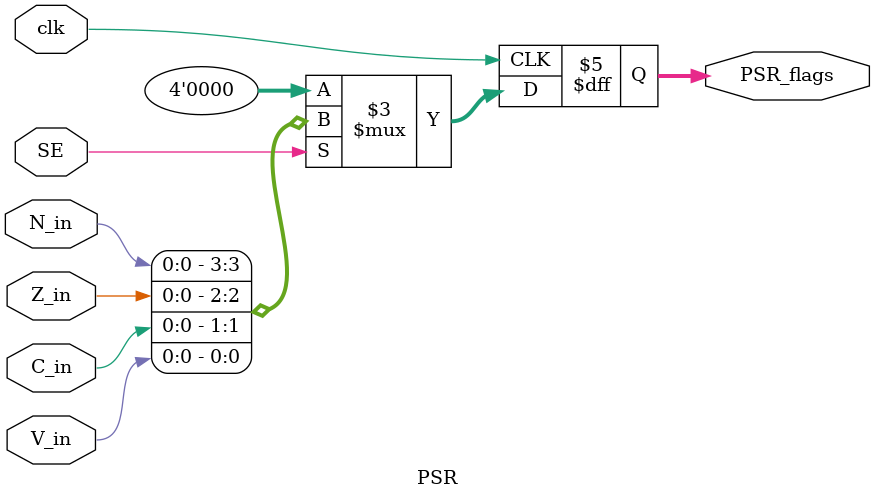
<source format=v>
module PSR(
    input clk, SE,
    input Z_in, N_in, C_in, V_in,
    output reg [3:0] PSR_flags // Combined register for flags [N, Z, C, V]
);

always @(posedge clk) begin
    if (SE) PSR_flags <= {N_in, Z_in, C_in, V_in};
    else PSR_flags <= 4'b0000;
end

endmodule

</source>
